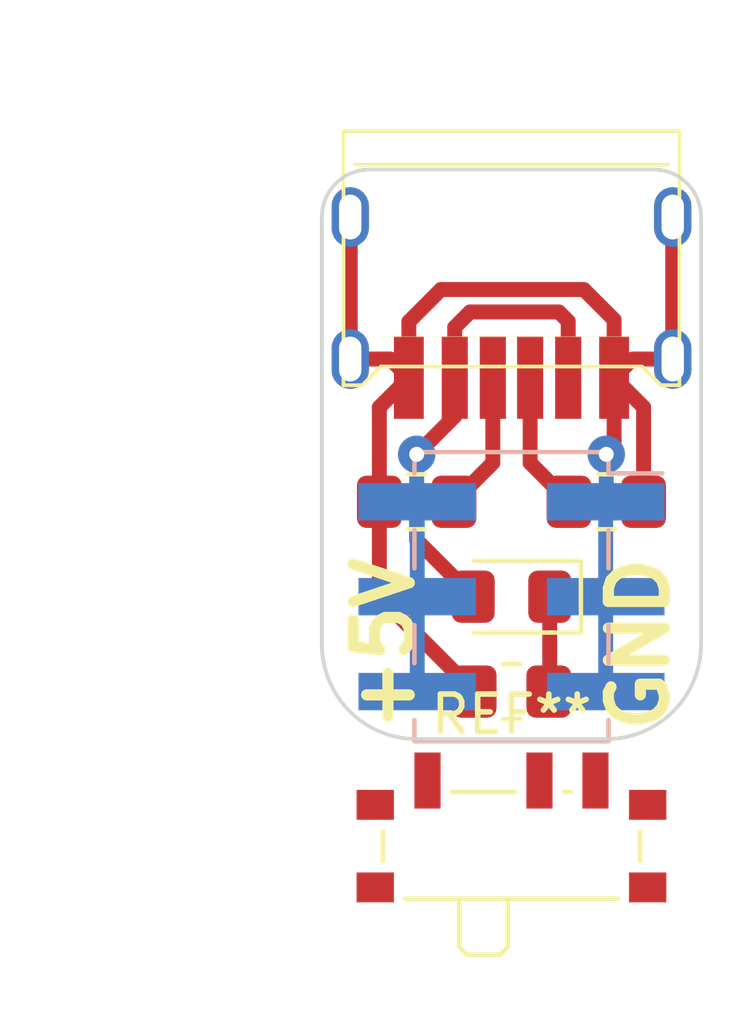
<source format=kicad_pcb>
(kicad_pcb (version 20221018) (generator pcbnew)
  (layers (0 "F.Cu" signal) (31 "B.Cu" signal) (34 "B.Paste" user) (35 "F.Paste" user) (36 "B.SilkS" user "B.Silkscreen") (37 "F.SilkS" user "F.Silkscreen") (38 "B.Mask" user) (39 "F.Mask" user) (44 "Edge.Cuts" user))
  (net 0 "")
  (net 1 "Net-(D1-K)")
  (net 2 "+5V")
  (net 3 "GND")
  (net 4 "Net-(J1-CC1)")
  (net 5 "Net-(J1-CC2)")
  (footprint "Button_Switch_SMD:SW_SPDT_PCM12" (layer "F.Cu") (at 66.04 73.66)
    (fp_text reference "REF**" (at 0 -3.2) (layer "F.SilkS"))
    (fp_text value "SW_SPDT_PCM12")
    (fp_line (start -3.45 -0.07) (end -3.45 0.72) (stroke (width 0.12)) (layer "F.SilkS"))
    (fp_line (start -2.85 1.73) (end 2.85 1.73) (stroke (width 0.12)) (layer "F.SilkS"))
    (fp_line (start -1.6 -1.12) (end 0.1 -1.12) (stroke (width 0.12)) (layer "F.SilkS"))
    (fp_line (start -1.4 1.73) (end -1.4 3.02) (stroke (width 0.12)) (layer "F.SilkS"))
    (fp_line (start -1.4 3.02) (end -1.2 3.23) (stroke (width 0.12)) (layer "F.SilkS"))
    (fp_line (start -1.2 3.23) (end -0.3 3.23) (stroke (width 0.12)) (layer "F.SilkS"))
    (fp_line (start -0.1 3.02) (end -0.3 3.23) (stroke (width 0.12)) (layer "F.SilkS"))
    (fp_line (start -0.1 3.02) (end -0.1 1.73) (stroke (width 0.12)) (layer "F.SilkS"))
    (fp_line (start 1.4 -1.12) (end 1.6 -1.12) (stroke (width 0.12)) (layer "F.SilkS"))
    (fp_line (start 3.45 0.72) (end 3.45 -0.07) (stroke (width 0.12)) (layer "F.SilkS"))
    (pad "" smd rect (at -3.65 -0.78) (size 1 0.8) (layers "F.Cu" "F.Paste" "F.Mask"))
    (pad "" smd rect (at -3.65 1.43) (size 1 0.8) (layers "F.Cu" "F.Paste" "F.Mask"))
    (pad "" np_thru_hole circle (at -1.5 0.33) (size 0.9 0.9) (drill 0.9) (layers "*.Cu" "*.Mask"))
    (pad "" np_thru_hole circle (at 1.5 0.33) (size 0.9 0.9) (drill 0.9) (layers "*.Cu" "*.Mask"))
    (pad "" smd rect (at 3.65 -0.78) (size 1 0.8) (layers "F.Cu" "F.Paste" "F.Mask"))
    (pad "" smd rect (at 3.65 1.43) (size 1 0.8) (layers "F.Cu" "F.Paste" "F.Mask"))
    (pad "1" smd rect (at -2.25 -1.43) (size 0.7 1.5) (layers "F.Cu" "F.Paste" "F.Mask"))
    (pad "2" smd rect (at 0.75 -1.43) (size 0.7 1.5) (layers "F.Cu" "F.Paste" "F.Mask"))
    (pad "3" smd rect (at 2.25 -1.43) (size 0.7 1.5) (layers "F.Cu" "F.Paste" "F.Mask"))
  )
  (footprint "USB-C-Power-tester:TYPE-C-31-M-17_handsolder" (layer "F.Cu") (at 66.04 57.15 180)
    (fp_text reference "J1" hide)
    (fp_text value "USB_C_Receptacle" hide)
    (fp_line (start -4.5 -4.5) (end -4.5 2.3) (stroke (width 0.1)) (layer "F.SilkS"))
    (fp_line (start -4.5 -4.5) (end -4 -4.5) (stroke (width 0.1)) (layer "F.SilkS"))
    (fp_line (start -4 -4.5) (end -3.5 -4) (stroke (width 0.1)) (layer "F.SilkS"))
    (fp_line (start -3.5 -4) (end 3.5 -4) (stroke (width 0.1)) (layer "F.SilkS"))
    (fp_line (start -3.5 -3.2) (end 3.5 -3.2) (stroke (width 0.01)) (layer "F.SilkS"))
    (fp_line (start 3.5 -4) (end 4 -4.5) (stroke (width 0.1)) (layer "F.SilkS"))
    (fp_line (start 4 -4.5) (end 4.5 -4.5) (stroke (width 0.1)) (layer "F.SilkS"))
    (fp_line (start 4.2 1.4) (end -4.2 1.4) (stroke (width 0.1)) (layer "F.SilkS"))
    (fp_line (start 4.5 -4.5) (end 4.5 2.3) (stroke (width 0.1)) (layer "F.SilkS"))
    (fp_line (start 4.5 2.3) (end -4.5 2.3) (stroke (width 0.1)) (layer "F.SilkS"))
    (pad "1" thru_hole roundrect (at -4.32 -3.8 180) (size 1 1.6) (drill oval 0.6 1.2) (layers "*.Cu" "*.Mask") (roundrect_rratio 0.5) (net 3 "GND"))
    (pad "1" thru_hole roundrect (at -4.32 0 180) (size 1 1.6) (drill oval 0.6 1.2) (layers "*.Cu" "*.Mask") (roundrect_rratio 0.5) (net 3 "GND"))
    (pad "1" thru_hole roundrect (at 4.32 -3.8 180) (size 1 1.6) (drill oval 0.6 1.2) (layers "*.Cu" "*.Mask") (roundrect_rratio 0.5) (net 3 "GND"))
    (pad "1" thru_hole roundrect (at 4.32 0 180) (size 1 1.6) (drill oval 0.6 1.2) (layers "*.Cu" "*.Mask") (roundrect_rratio 0.5) (net 3 "GND"))
    (pad "A5" smd rect (at -0.5 -4.3 180) (size 0.7 2.2) (layers "F.Cu" "F.Paste" "F.Mask") (net 4 "Net-(J1-CC1)"))
    (pad "A9" smd rect (at 1.52 -4.3 180) (size 0.7 2.2) (layers "F.Cu" "F.Paste" "F.Mask") (net 2 "+5V"))
    (pad "A12" smd rect (at 2.75 -4.3 180) (size 0.8 2.2) (layers "F.Cu" "F.Paste" "F.Mask") (net 3 "GND"))
    (pad "B5" smd rect (at 0.5 -4.3 180) (size 0.7 2.2) (layers "F.Cu" "F.Paste" "F.Mask") (net 5 "Net-(J1-CC2)"))
    (pad "B9" smd rect (at -1.52 -4.3 180) (size 0.7 2.2) (layers "F.Cu" "F.Paste" "F.Mask") (net 2 "+5V"))
    (pad "B12" smd rect (at -2.75 -4.3 180) (size 0.8 2.2) (layers "F.Cu" "F.Paste" "F.Mask") (net 3 "GND"))
  )
  (footprint "Resistor_SMD:R_0805_2012Metric_Pad1.20x1.40mm_HandSolder" (layer "F.Cu") (at 68.58 64.77)
    (fp_text reference "R1" hide)
    (fp_text value "5.1k" hide)
    (fp_line (start -0.227064 -0.735) (end 0.227064 -0.735) (stroke (width 0.12)) (layer "F.SilkS"))
    (fp_line (start -0.227064 0.735) (end 0.227064 0.735) (stroke (width 0.12)) (layer "F.SilkS"))
    (pad "1" smd roundrect (at -1 0) (size 1.2 1.4) (layers "F.Cu" "F.Paste" "F.Mask") (roundrect_rratio 0.208333) (net 4 "Net-(J1-CC1)"))
    (pad "2" smd roundrect (at 1 0) (size 1.2 1.4) (layers "F.Cu" "F.Paste" "F.Mask") (roundrect_rratio 0.208333) (net 3 "GND"))
  )
  (footprint "LED_SMD:LED_0805_2012Metric_Pad1.15x1.40mm_HandSolder" (layer "F.Cu") (at 66.04 67.31 180)
    (fp_text reference "D1" hide)
    (fp_text value "LED" hide)
    (fp_line (start -1.86 -0.96) (end -1.86 0.96) (stroke (width 0.12)) (layer "F.SilkS"))
    (fp_line (start -1.86 0.96) (end 1 0.96) (stroke (width 0.12)) (layer "F.SilkS"))
    (fp_line (start 1 -0.96) (end -1.86 -0.96) (stroke (width 0.12)) (layer "F.SilkS"))
    (pad "1" smd roundrect (at -1.025 0 180) (size 1.15 1.4) (layers "F.Cu" "F.Paste" "F.Mask") (roundrect_rratio 0.217391) (net 1 "Net-(D1-K)"))
    (pad "2" smd roundrect (at 1.025 0 180) (size 1.15 1.4) (layers "F.Cu" "F.Paste" "F.Mask") (roundrect_rratio 0.217391) (net 2 "+5V"))
  )
  (footprint "Resistor_SMD:R_0805_2012Metric_Pad1.20x1.40mm_HandSolder" (layer "F.Cu") (at 63.5 64.77 180)
    (fp_text reference "R2" hide)
    (fp_text value "5.1k" hide)
    (fp_line (start -0.227064 -0.735) (end 0.227064 -0.735) (stroke (width 0.12)) (layer "F.SilkS"))
    (fp_line (start -0.227064 0.735) (end 0.227064 0.735) (stroke (width 0.12)) (layer "F.SilkS"))
    (pad "1" smd roundrect (at -1 0 180) (size 1.2 1.4) (layers "F.Cu" "F.Paste" "F.Mask") (roundrect_rratio 0.208333) (net 5 "Net-(J1-CC2)"))
    (pad "2" smd roundrect (at 1 0 180) (size 1.2 1.4) (layers "F.Cu" "F.Paste" "F.Mask") (roundrect_rratio 0.208333) (net 3 "GND"))
  )
  (footprint "Resistor_SMD:R_0805_2012Metric_Pad1.20x1.40mm_HandSolder" (layer "F.Cu") (at 66.04 69.85 180)
    (fp_text reference "R5" hide)
    (fp_text value "470R" hide)
    (fp_line (start -0.227064 -0.735) (end 0.227064 -0.735) (stroke (width 0.12)) (layer "F.SilkS"))
    (fp_line (start -0.227064 0.735) (end 0.227064 0.735) (stroke (width 0.12)) (layer "F.SilkS"))
    (pad "1" smd roundrect (at -1 0 180) (size 1.2 1.4) (layers "F.Cu" "F.Paste" "F.Mask") (roundrect_rratio 0.208333) (net 1 "Net-(D1-K)"))
    (pad "2" smd roundrect (at 1 0 180) (size 1.2 1.4) (layers "F.Cu" "F.Paste" "F.Mask") (roundrect_rratio 0.208333) (net 3 "GND"))
  )
  (footprint "Connector_PinHeader_2.54mm:PinHeader_2x03_P2.54mm_Vertical_SMD" (layer "B.Cu") (at 66.04 67.31 180)
    (fp_text reference "J2" hide)
    (fp_text value "Conn_02x03_Counter_Clockwise" hide)
    (fp_line (start -4.04 3.3) (end -2.6 3.3) (stroke (width 0.12)) (layer "B.SilkS"))
    (fp_line (start -2.6 -3.87) (end 2.6 -3.87) (stroke (width 0.12)) (layer "B.SilkS"))
    (fp_line (start -2.6 -3.3) (end -2.6 -3.87) (stroke (width 0.12)) (layer "B.SilkS"))
    (fp_line (start -2.6 -0.76) (end -2.6 -1.78) (stroke (width 0.12)) (layer "B.SilkS"))
    (fp_line (start -2.6 1.78) (end -2.6 0.76) (stroke (width 0.12)) (layer "B.SilkS"))
    (fp_line (start -2.6 3.87) (end -2.6 3.3) (stroke (width 0.12)) (layer "B.SilkS"))
    (fp_line (start -2.6 3.87) (end 2.6 3.87) (stroke (width 0.12)) (layer "B.SilkS"))
    (fp_line (start 2.6 -3.3) (end 2.6 -3.87) (stroke (width 0.12)) (layer "B.SilkS"))
    (fp_line (start 2.6 -0.76) (end 2.6 -1.78) (stroke (width 0.12)) (layer "B.SilkS"))
    (fp_line (start 2.6 1.78) (end 2.6 0.76) (stroke (width 0.12)) (layer "B.SilkS"))
    (fp_line (start 2.6 3.87) (end 2.6 3.3) (stroke (width 0.12)) (layer "B.SilkS"))
    (pad "1" smd rect (at -2.525 2.54 180) (size 3.15 1) (layers "B.Cu" "B.Paste" "B.Mask") (net 3 "GND"))
    (pad "2" smd rect (at 2.525 2.54 180) (size 3.15 1) (layers "B.Cu" "B.Paste" "B.Mask") (net 2 "+5V"))
    (pad "3" smd rect (at -2.525 0 180) (size 3.15 1) (layers "B.Cu" "B.Paste" "B.Mask") (net 3 "GND"))
    (pad "4" smd rect (at 2.525 0 180) (size 3.15 1) (layers "B.Cu" "B.Paste" "B.Mask") (net 2 "+5V"))
    (pad "5" smd rect (at -2.525 -2.54 180) (size 3.15 1) (layers "B.Cu" "B.Paste" "B.Mask") (net 3 "GND"))
    (pad "6" smd rect (at 2.525 -2.54 180) (size 3.15 1) (layers "B.Cu" "B.Paste" "B.Mask") (net 2 "+5V"))
  )
  (gr_line (start 63.5 71.12) (end 68.58 71.12) (stroke (width 0.1)) (layer "Edge.Cuts"))
  (gr_arc (start 69.85 55.88) (mid 70.748026 56.251974) (end 71.12 57.15) (stroke (width 0.1)) (layer "Edge.Cuts"))
  (gr_line (start 71.12 57.15) (end 71.12 68.58) (stroke (width 0.1)) (layer "Edge.Cuts"))
  (gr_arc (start 63.5 71.12) (mid 61.703949 70.376051) (end 60.96 68.58) (stroke (width 0.1)) (layer "Edge.Cuts"))
  (gr_line (start 60.96 57.15) (end 60.96 68.58) (stroke (width 0.1)) (layer "Edge.Cuts"))
  (gr_line (start 62.23 55.88) (end 69.85 55.88) (stroke (width 0.1)) (layer "Edge.Cuts"))
  (gr_arc (start 60.96 57.15) (mid 61.331974 56.251974) (end 62.23 55.88) (stroke (width 0.1)) (layer "Edge.Cuts"))
  (gr_arc (start 71.12 68.58) (mid 70.376051 70.376051) (end 68.58 71.12) (stroke (width 0.1)) (layer "Edge.Cuts"))
  (gr_text "+5V" (at 63.5 68.58 90) (layer "F.SilkS") (effects (font (size 1.5 1.5) (thickness 0.3)) (justify bottom)))
  (gr_text "GND" (at 68.58 68.58 90) (layer "F.SilkS") (effects (font (size 1.5 1.5) (thickness 0.3)) (justify top)))
  (segment (start 67.065 69.825) (end 67.04 69.85) (width 0.4) (layer "F.Cu") (net 1))
  (segment (start 67.065 67.31) (end 67.065 69.825) (width 0.4) (layer "F.Cu") (net 1))
  (segment (start 63.5 65.795) (end 63.5 63.5) (width 0.4) (layer "F.Cu") (net 2))
  (segment (start 64.52 61.45) (end 64.52 60.1) (width 0.4) (layer "F.Cu") (net 2))
  (segment (start 64.93 59.69) (end 67.31 59.69) (width 0.4) (layer "F.Cu") (net 2))
  (segment (start 65.015 67.31) (end 63.5 65.795) (width 0.4) (layer "F.Cu") (net 2))
  (segment (start 64.52 60.1) (end 64.93 59.69) (width 0.4) (layer "F.Cu") (net 2))
  (segment (start 64.52 62.48) (end 63.5 63.5) (width 0.4) (layer "F.Cu") (net 2))
  (segment (start 67.31 59.69) (end 67.56 59.94) (width 0.4) (layer "F.Cu") (net 2))
  (segment (start 64.52 61.45) (end 64.52 62.48) (width 0.4) (layer "F.Cu") (net 2))
  (segment (start 67.56 59.94) (end 67.56 61.45) (width 0.4) (layer "F.Cu") (net 2))
  (via (at 63.5 63.5) (size 1) (drill 0.4) (layers "F.Cu" "B.Cu") (net 2))
  (segment (start 63.5 63.5) (end 63.5 64.755) (width 0.4) (layer "B.Cu") (net 2))
  (segment (start 63.515 64.77) (end 63.515 67.31) (width 0.4) (layer "B.Cu") (net 2))
  (segment (start 63.515 69.85) (end 63.515 67.31) (width 0.4) (layer "B.Cu") (net 2))
  (segment (start 63.5 64.755) (end 63.515 64.77) (width 0.4) (layer "B.Cu") (net 2))
  (segment (start 63.29 59.95) (end 64.15 59.09) (width 0.4) (layer "F.Cu") (net 3))
  (segment (start 68.79 63.29) (end 68.58 63.5) (width 0.4) (layer "F.Cu") (net 3))
  (segment (start 61.72 57.15) (end 61.72 60.95) (width 0.4) (layer "F.Cu") (net 3))
  (segment (start 69.29 60.95) (end 68.79 61.45) (width 0.4) (layer "F.Cu") (net 3))
  (segment (start 62.5 67.31) (end 62.5 64.77) (width 0.4) (layer "F.Cu") (net 3))
  (segment (start 70.36 60.95) (end 69.29 60.95) (width 0.4) (layer "F.Cu") (net 3))
  (segment (start 68.79 61.45) (end 68.79 63.29) (width 0.4) (layer "F.Cu") (net 3))
  (segment (start 67.98 59.09) (end 68.79 59.9) (width 0.4) (layer "F.Cu") (net 3))
  (segment (start 64.15 59.09) (end 67.98 59.09) (width 0.4) (layer "F.Cu") (net 3))
  (segment (start 69.58 64.77) (end 69.58 62.24) (width 0.4) (layer "F.Cu") (net 3))
  (segment (start 62.79 60.95) (end 63.29 61.45) (width 0.4) (layer "F.Cu") (net 3))
  (segment (start 63.29 61.45) (end 63.29 59.95) (width 0.4) (layer "F.Cu") (net 3))
  (segment (start 62.5 62.24) (end 63.29 61.45) (width 0.4) (layer "F.Cu") (net 3))
  (segment (start 69.58 62.24) (end 68.79 61.45) (width 0.4) (layer "F.Cu") (net 3))
  (segment (start 62.5 64.77) (end 62.5 62.24) (width 0.4) (layer "F.Cu") (net 3))
  (segment (start 68.79 59.9) (end 68.79 61.45) (width 0.4) (layer "F.Cu") (net 3))
  (segment (start 61.72 60.95) (end 62.79 60.95) (width 0.4) (layer "F.Cu") (net 3))
  (segment (start 70.36 60.95) (end 70.36 57.15) (width 0.4) (layer "F.Cu") (net 3))
  (segment (start 65.04 69.85) (end 62.5 67.31) (width 0.4) (layer "F.Cu") (net 3))
  (via (at 68.58 63.5) (size 1) (drill 0.4) (layers "F.Cu" "B.Cu") (net 3))
  (segment (start 68.58 63.5) (end 68.58 64.755) (width 0.4) (layer "B.Cu") (net 3))
  (segment (start 68.565 67.31) (end 68.565 69.85) (width 0.4) (layer "B.Cu") (net 3))
  (segment (start 68.565 64.77) (end 68.565 67.31) (width 0.4) (layer "B.Cu") (net 3))
  (segment (start 68.58 64.755) (end 68.565 64.77) (width 0.4) (layer "B.Cu") (net 3))
  (segment (start 66.54 63.73) (end 66.54 61.45) (width 0.4) (layer "F.Cu") (net 4))
  (segment (start 67.58 64.77) (end 66.54 63.73) (width 0.4) (layer "F.Cu") (net 4))
  (segment (start 64.5 64.77) (end 65.54 63.73) (width 0.4) (layer "F.Cu") (net 5))
  (segment (start 65.54 63.73) (end 65.54 61.45) (width 0.4) (layer "F.Cu") (net 5))
)
</source>
